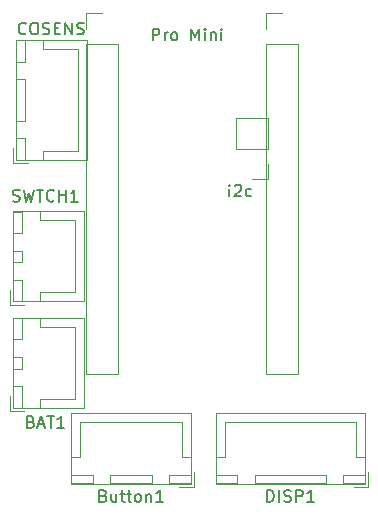
<source format=gbr>
%TF.GenerationSoftware,KiCad,Pcbnew,8.0.8*%
%TF.CreationDate,2025-02-07T21:56:42-07:00*%
%TF.ProjectId,Nitrox_Board,4e697472-6f78-45f4-926f-6172642e6b69,rev?*%
%TF.SameCoordinates,Original*%
%TF.FileFunction,Legend,Top*%
%TF.FilePolarity,Positive*%
%FSLAX46Y46*%
G04 Gerber Fmt 4.6, Leading zero omitted, Abs format (unit mm)*
G04 Created by KiCad (PCBNEW 8.0.8) date 2025-02-07 21:56:42*
%MOMM*%
%LPD*%
G01*
G04 APERTURE LIST*
%ADD10C,0.150000*%
%ADD11C,0.120000*%
G04 APERTURE END LIST*
D10*
X161297619Y-101029819D02*
X161297619Y-100029819D01*
X161297619Y-100029819D02*
X161535714Y-100029819D01*
X161535714Y-100029819D02*
X161678571Y-100077438D01*
X161678571Y-100077438D02*
X161773809Y-100172676D01*
X161773809Y-100172676D02*
X161821428Y-100267914D01*
X161821428Y-100267914D02*
X161869047Y-100458390D01*
X161869047Y-100458390D02*
X161869047Y-100601247D01*
X161869047Y-100601247D02*
X161821428Y-100791723D01*
X161821428Y-100791723D02*
X161773809Y-100886961D01*
X161773809Y-100886961D02*
X161678571Y-100982200D01*
X161678571Y-100982200D02*
X161535714Y-101029819D01*
X161535714Y-101029819D02*
X161297619Y-101029819D01*
X162297619Y-101029819D02*
X162297619Y-100029819D01*
X162726190Y-100982200D02*
X162869047Y-101029819D01*
X162869047Y-101029819D02*
X163107142Y-101029819D01*
X163107142Y-101029819D02*
X163202380Y-100982200D01*
X163202380Y-100982200D02*
X163249999Y-100934580D01*
X163249999Y-100934580D02*
X163297618Y-100839342D01*
X163297618Y-100839342D02*
X163297618Y-100744104D01*
X163297618Y-100744104D02*
X163249999Y-100648866D01*
X163249999Y-100648866D02*
X163202380Y-100601247D01*
X163202380Y-100601247D02*
X163107142Y-100553628D01*
X163107142Y-100553628D02*
X162916666Y-100506009D01*
X162916666Y-100506009D02*
X162821428Y-100458390D01*
X162821428Y-100458390D02*
X162773809Y-100410771D01*
X162773809Y-100410771D02*
X162726190Y-100315533D01*
X162726190Y-100315533D02*
X162726190Y-100220295D01*
X162726190Y-100220295D02*
X162773809Y-100125057D01*
X162773809Y-100125057D02*
X162821428Y-100077438D01*
X162821428Y-100077438D02*
X162916666Y-100029819D01*
X162916666Y-100029819D02*
X163154761Y-100029819D01*
X163154761Y-100029819D02*
X163297618Y-100077438D01*
X163726190Y-101029819D02*
X163726190Y-100029819D01*
X163726190Y-100029819D02*
X164107142Y-100029819D01*
X164107142Y-100029819D02*
X164202380Y-100077438D01*
X164202380Y-100077438D02*
X164249999Y-100125057D01*
X164249999Y-100125057D02*
X164297618Y-100220295D01*
X164297618Y-100220295D02*
X164297618Y-100363152D01*
X164297618Y-100363152D02*
X164249999Y-100458390D01*
X164249999Y-100458390D02*
X164202380Y-100506009D01*
X164202380Y-100506009D02*
X164107142Y-100553628D01*
X164107142Y-100553628D02*
X163726190Y-100553628D01*
X165249999Y-101029819D02*
X164678571Y-101029819D01*
X164964285Y-101029819D02*
X164964285Y-100029819D01*
X164964285Y-100029819D02*
X164869047Y-100172676D01*
X164869047Y-100172676D02*
X164773809Y-100267914D01*
X164773809Y-100267914D02*
X164678571Y-100315533D01*
X158095238Y-75174819D02*
X158095238Y-74508152D01*
X158095238Y-74174819D02*
X158047619Y-74222438D01*
X158047619Y-74222438D02*
X158095238Y-74270057D01*
X158095238Y-74270057D02*
X158142857Y-74222438D01*
X158142857Y-74222438D02*
X158095238Y-74174819D01*
X158095238Y-74174819D02*
X158095238Y-74270057D01*
X158523809Y-74270057D02*
X158571428Y-74222438D01*
X158571428Y-74222438D02*
X158666666Y-74174819D01*
X158666666Y-74174819D02*
X158904761Y-74174819D01*
X158904761Y-74174819D02*
X158999999Y-74222438D01*
X158999999Y-74222438D02*
X159047618Y-74270057D01*
X159047618Y-74270057D02*
X159095237Y-74365295D01*
X159095237Y-74365295D02*
X159095237Y-74460533D01*
X159095237Y-74460533D02*
X159047618Y-74603390D01*
X159047618Y-74603390D02*
X158476190Y-75174819D01*
X158476190Y-75174819D02*
X159095237Y-75174819D01*
X159952380Y-75127200D02*
X159857142Y-75174819D01*
X159857142Y-75174819D02*
X159666666Y-75174819D01*
X159666666Y-75174819D02*
X159571428Y-75127200D01*
X159571428Y-75127200D02*
X159523809Y-75079580D01*
X159523809Y-75079580D02*
X159476190Y-74984342D01*
X159476190Y-74984342D02*
X159476190Y-74698628D01*
X159476190Y-74698628D02*
X159523809Y-74603390D01*
X159523809Y-74603390D02*
X159571428Y-74555771D01*
X159571428Y-74555771D02*
X159666666Y-74508152D01*
X159666666Y-74508152D02*
X159857142Y-74508152D01*
X159857142Y-74508152D02*
X159952380Y-74555771D01*
X151595238Y-61954819D02*
X151595238Y-60954819D01*
X151595238Y-60954819D02*
X151976190Y-60954819D01*
X151976190Y-60954819D02*
X152071428Y-61002438D01*
X152071428Y-61002438D02*
X152119047Y-61050057D01*
X152119047Y-61050057D02*
X152166666Y-61145295D01*
X152166666Y-61145295D02*
X152166666Y-61288152D01*
X152166666Y-61288152D02*
X152119047Y-61383390D01*
X152119047Y-61383390D02*
X152071428Y-61431009D01*
X152071428Y-61431009D02*
X151976190Y-61478628D01*
X151976190Y-61478628D02*
X151595238Y-61478628D01*
X152595238Y-61954819D02*
X152595238Y-61288152D01*
X152595238Y-61478628D02*
X152642857Y-61383390D01*
X152642857Y-61383390D02*
X152690476Y-61335771D01*
X152690476Y-61335771D02*
X152785714Y-61288152D01*
X152785714Y-61288152D02*
X152880952Y-61288152D01*
X153357143Y-61954819D02*
X153261905Y-61907200D01*
X153261905Y-61907200D02*
X153214286Y-61859580D01*
X153214286Y-61859580D02*
X153166667Y-61764342D01*
X153166667Y-61764342D02*
X153166667Y-61478628D01*
X153166667Y-61478628D02*
X153214286Y-61383390D01*
X153214286Y-61383390D02*
X153261905Y-61335771D01*
X153261905Y-61335771D02*
X153357143Y-61288152D01*
X153357143Y-61288152D02*
X153500000Y-61288152D01*
X153500000Y-61288152D02*
X153595238Y-61335771D01*
X153595238Y-61335771D02*
X153642857Y-61383390D01*
X153642857Y-61383390D02*
X153690476Y-61478628D01*
X153690476Y-61478628D02*
X153690476Y-61764342D01*
X153690476Y-61764342D02*
X153642857Y-61859580D01*
X153642857Y-61859580D02*
X153595238Y-61907200D01*
X153595238Y-61907200D02*
X153500000Y-61954819D01*
X153500000Y-61954819D02*
X153357143Y-61954819D01*
X154880953Y-61954819D02*
X154880953Y-60954819D01*
X154880953Y-60954819D02*
X155214286Y-61669104D01*
X155214286Y-61669104D02*
X155547619Y-60954819D01*
X155547619Y-60954819D02*
X155547619Y-61954819D01*
X156023810Y-61954819D02*
X156023810Y-61288152D01*
X156023810Y-60954819D02*
X155976191Y-61002438D01*
X155976191Y-61002438D02*
X156023810Y-61050057D01*
X156023810Y-61050057D02*
X156071429Y-61002438D01*
X156071429Y-61002438D02*
X156023810Y-60954819D01*
X156023810Y-60954819D02*
X156023810Y-61050057D01*
X156500000Y-61288152D02*
X156500000Y-61954819D01*
X156500000Y-61383390D02*
X156547619Y-61335771D01*
X156547619Y-61335771D02*
X156642857Y-61288152D01*
X156642857Y-61288152D02*
X156785714Y-61288152D01*
X156785714Y-61288152D02*
X156880952Y-61335771D01*
X156880952Y-61335771D02*
X156928571Y-61431009D01*
X156928571Y-61431009D02*
X156928571Y-61954819D01*
X157404762Y-61954819D02*
X157404762Y-61288152D01*
X157404762Y-60954819D02*
X157357143Y-61002438D01*
X157357143Y-61002438D02*
X157404762Y-61050057D01*
X157404762Y-61050057D02*
X157452381Y-61002438D01*
X157452381Y-61002438D02*
X157404762Y-60954819D01*
X157404762Y-60954819D02*
X157404762Y-61050057D01*
X139761905Y-75557200D02*
X139904762Y-75604819D01*
X139904762Y-75604819D02*
X140142857Y-75604819D01*
X140142857Y-75604819D02*
X140238095Y-75557200D01*
X140238095Y-75557200D02*
X140285714Y-75509580D01*
X140285714Y-75509580D02*
X140333333Y-75414342D01*
X140333333Y-75414342D02*
X140333333Y-75319104D01*
X140333333Y-75319104D02*
X140285714Y-75223866D01*
X140285714Y-75223866D02*
X140238095Y-75176247D01*
X140238095Y-75176247D02*
X140142857Y-75128628D01*
X140142857Y-75128628D02*
X139952381Y-75081009D01*
X139952381Y-75081009D02*
X139857143Y-75033390D01*
X139857143Y-75033390D02*
X139809524Y-74985771D01*
X139809524Y-74985771D02*
X139761905Y-74890533D01*
X139761905Y-74890533D02*
X139761905Y-74795295D01*
X139761905Y-74795295D02*
X139809524Y-74700057D01*
X139809524Y-74700057D02*
X139857143Y-74652438D01*
X139857143Y-74652438D02*
X139952381Y-74604819D01*
X139952381Y-74604819D02*
X140190476Y-74604819D01*
X140190476Y-74604819D02*
X140333333Y-74652438D01*
X140666667Y-74604819D02*
X140904762Y-75604819D01*
X140904762Y-75604819D02*
X141095238Y-74890533D01*
X141095238Y-74890533D02*
X141285714Y-75604819D01*
X141285714Y-75604819D02*
X141523810Y-74604819D01*
X141761905Y-74604819D02*
X142333333Y-74604819D01*
X142047619Y-75604819D02*
X142047619Y-74604819D01*
X143238095Y-75509580D02*
X143190476Y-75557200D01*
X143190476Y-75557200D02*
X143047619Y-75604819D01*
X143047619Y-75604819D02*
X142952381Y-75604819D01*
X142952381Y-75604819D02*
X142809524Y-75557200D01*
X142809524Y-75557200D02*
X142714286Y-75461961D01*
X142714286Y-75461961D02*
X142666667Y-75366723D01*
X142666667Y-75366723D02*
X142619048Y-75176247D01*
X142619048Y-75176247D02*
X142619048Y-75033390D01*
X142619048Y-75033390D02*
X142666667Y-74842914D01*
X142666667Y-74842914D02*
X142714286Y-74747676D01*
X142714286Y-74747676D02*
X142809524Y-74652438D01*
X142809524Y-74652438D02*
X142952381Y-74604819D01*
X142952381Y-74604819D02*
X143047619Y-74604819D01*
X143047619Y-74604819D02*
X143190476Y-74652438D01*
X143190476Y-74652438D02*
X143238095Y-74700057D01*
X143666667Y-75604819D02*
X143666667Y-74604819D01*
X143666667Y-75081009D02*
X144238095Y-75081009D01*
X144238095Y-75604819D02*
X144238095Y-74604819D01*
X145238095Y-75604819D02*
X144666667Y-75604819D01*
X144952381Y-75604819D02*
X144952381Y-74604819D01*
X144952381Y-74604819D02*
X144857143Y-74747676D01*
X144857143Y-74747676D02*
X144761905Y-74842914D01*
X144761905Y-74842914D02*
X144666667Y-74890533D01*
X147416666Y-100506009D02*
X147559523Y-100553628D01*
X147559523Y-100553628D02*
X147607142Y-100601247D01*
X147607142Y-100601247D02*
X147654761Y-100696485D01*
X147654761Y-100696485D02*
X147654761Y-100839342D01*
X147654761Y-100839342D02*
X147607142Y-100934580D01*
X147607142Y-100934580D02*
X147559523Y-100982200D01*
X147559523Y-100982200D02*
X147464285Y-101029819D01*
X147464285Y-101029819D02*
X147083333Y-101029819D01*
X147083333Y-101029819D02*
X147083333Y-100029819D01*
X147083333Y-100029819D02*
X147416666Y-100029819D01*
X147416666Y-100029819D02*
X147511904Y-100077438D01*
X147511904Y-100077438D02*
X147559523Y-100125057D01*
X147559523Y-100125057D02*
X147607142Y-100220295D01*
X147607142Y-100220295D02*
X147607142Y-100315533D01*
X147607142Y-100315533D02*
X147559523Y-100410771D01*
X147559523Y-100410771D02*
X147511904Y-100458390D01*
X147511904Y-100458390D02*
X147416666Y-100506009D01*
X147416666Y-100506009D02*
X147083333Y-100506009D01*
X148511904Y-100363152D02*
X148511904Y-101029819D01*
X148083333Y-100363152D02*
X148083333Y-100886961D01*
X148083333Y-100886961D02*
X148130952Y-100982200D01*
X148130952Y-100982200D02*
X148226190Y-101029819D01*
X148226190Y-101029819D02*
X148369047Y-101029819D01*
X148369047Y-101029819D02*
X148464285Y-100982200D01*
X148464285Y-100982200D02*
X148511904Y-100934580D01*
X148845238Y-100363152D02*
X149226190Y-100363152D01*
X148988095Y-100029819D02*
X148988095Y-100886961D01*
X148988095Y-100886961D02*
X149035714Y-100982200D01*
X149035714Y-100982200D02*
X149130952Y-101029819D01*
X149130952Y-101029819D02*
X149226190Y-101029819D01*
X149416667Y-100363152D02*
X149797619Y-100363152D01*
X149559524Y-100029819D02*
X149559524Y-100886961D01*
X149559524Y-100886961D02*
X149607143Y-100982200D01*
X149607143Y-100982200D02*
X149702381Y-101029819D01*
X149702381Y-101029819D02*
X149797619Y-101029819D01*
X150273810Y-101029819D02*
X150178572Y-100982200D01*
X150178572Y-100982200D02*
X150130953Y-100934580D01*
X150130953Y-100934580D02*
X150083334Y-100839342D01*
X150083334Y-100839342D02*
X150083334Y-100553628D01*
X150083334Y-100553628D02*
X150130953Y-100458390D01*
X150130953Y-100458390D02*
X150178572Y-100410771D01*
X150178572Y-100410771D02*
X150273810Y-100363152D01*
X150273810Y-100363152D02*
X150416667Y-100363152D01*
X150416667Y-100363152D02*
X150511905Y-100410771D01*
X150511905Y-100410771D02*
X150559524Y-100458390D01*
X150559524Y-100458390D02*
X150607143Y-100553628D01*
X150607143Y-100553628D02*
X150607143Y-100839342D01*
X150607143Y-100839342D02*
X150559524Y-100934580D01*
X150559524Y-100934580D02*
X150511905Y-100982200D01*
X150511905Y-100982200D02*
X150416667Y-101029819D01*
X150416667Y-101029819D02*
X150273810Y-101029819D01*
X151035715Y-100363152D02*
X151035715Y-101029819D01*
X151035715Y-100458390D02*
X151083334Y-100410771D01*
X151083334Y-100410771D02*
X151178572Y-100363152D01*
X151178572Y-100363152D02*
X151321429Y-100363152D01*
X151321429Y-100363152D02*
X151416667Y-100410771D01*
X151416667Y-100410771D02*
X151464286Y-100506009D01*
X151464286Y-100506009D02*
X151464286Y-101029819D01*
X152464286Y-101029819D02*
X151892858Y-101029819D01*
X152178572Y-101029819D02*
X152178572Y-100029819D01*
X152178572Y-100029819D02*
X152083334Y-100172676D01*
X152083334Y-100172676D02*
X151988096Y-100267914D01*
X151988096Y-100267914D02*
X151892858Y-100315533D01*
X141285714Y-94241009D02*
X141428571Y-94288628D01*
X141428571Y-94288628D02*
X141476190Y-94336247D01*
X141476190Y-94336247D02*
X141523809Y-94431485D01*
X141523809Y-94431485D02*
X141523809Y-94574342D01*
X141523809Y-94574342D02*
X141476190Y-94669580D01*
X141476190Y-94669580D02*
X141428571Y-94717200D01*
X141428571Y-94717200D02*
X141333333Y-94764819D01*
X141333333Y-94764819D02*
X140952381Y-94764819D01*
X140952381Y-94764819D02*
X140952381Y-93764819D01*
X140952381Y-93764819D02*
X141285714Y-93764819D01*
X141285714Y-93764819D02*
X141380952Y-93812438D01*
X141380952Y-93812438D02*
X141428571Y-93860057D01*
X141428571Y-93860057D02*
X141476190Y-93955295D01*
X141476190Y-93955295D02*
X141476190Y-94050533D01*
X141476190Y-94050533D02*
X141428571Y-94145771D01*
X141428571Y-94145771D02*
X141380952Y-94193390D01*
X141380952Y-94193390D02*
X141285714Y-94241009D01*
X141285714Y-94241009D02*
X140952381Y-94241009D01*
X141904762Y-94479104D02*
X142380952Y-94479104D01*
X141809524Y-94764819D02*
X142142857Y-93764819D01*
X142142857Y-93764819D02*
X142476190Y-94764819D01*
X142666667Y-93764819D02*
X143238095Y-93764819D01*
X142952381Y-94764819D02*
X142952381Y-93764819D01*
X144095238Y-94764819D02*
X143523810Y-94764819D01*
X143809524Y-94764819D02*
X143809524Y-93764819D01*
X143809524Y-93764819D02*
X143714286Y-93907676D01*
X143714286Y-93907676D02*
X143619048Y-94002914D01*
X143619048Y-94002914D02*
X143523810Y-94050533D01*
X140857142Y-61359580D02*
X140809523Y-61407200D01*
X140809523Y-61407200D02*
X140666666Y-61454819D01*
X140666666Y-61454819D02*
X140571428Y-61454819D01*
X140571428Y-61454819D02*
X140428571Y-61407200D01*
X140428571Y-61407200D02*
X140333333Y-61311961D01*
X140333333Y-61311961D02*
X140285714Y-61216723D01*
X140285714Y-61216723D02*
X140238095Y-61026247D01*
X140238095Y-61026247D02*
X140238095Y-60883390D01*
X140238095Y-60883390D02*
X140285714Y-60692914D01*
X140285714Y-60692914D02*
X140333333Y-60597676D01*
X140333333Y-60597676D02*
X140428571Y-60502438D01*
X140428571Y-60502438D02*
X140571428Y-60454819D01*
X140571428Y-60454819D02*
X140666666Y-60454819D01*
X140666666Y-60454819D02*
X140809523Y-60502438D01*
X140809523Y-60502438D02*
X140857142Y-60550057D01*
X141476190Y-60454819D02*
X141666666Y-60454819D01*
X141666666Y-60454819D02*
X141761904Y-60502438D01*
X141761904Y-60502438D02*
X141857142Y-60597676D01*
X141857142Y-60597676D02*
X141904761Y-60788152D01*
X141904761Y-60788152D02*
X141904761Y-61121485D01*
X141904761Y-61121485D02*
X141857142Y-61311961D01*
X141857142Y-61311961D02*
X141761904Y-61407200D01*
X141761904Y-61407200D02*
X141666666Y-61454819D01*
X141666666Y-61454819D02*
X141476190Y-61454819D01*
X141476190Y-61454819D02*
X141380952Y-61407200D01*
X141380952Y-61407200D02*
X141285714Y-61311961D01*
X141285714Y-61311961D02*
X141238095Y-61121485D01*
X141238095Y-61121485D02*
X141238095Y-60788152D01*
X141238095Y-60788152D02*
X141285714Y-60597676D01*
X141285714Y-60597676D02*
X141380952Y-60502438D01*
X141380952Y-60502438D02*
X141476190Y-60454819D01*
X142285714Y-61407200D02*
X142428571Y-61454819D01*
X142428571Y-61454819D02*
X142666666Y-61454819D01*
X142666666Y-61454819D02*
X142761904Y-61407200D01*
X142761904Y-61407200D02*
X142809523Y-61359580D01*
X142809523Y-61359580D02*
X142857142Y-61264342D01*
X142857142Y-61264342D02*
X142857142Y-61169104D01*
X142857142Y-61169104D02*
X142809523Y-61073866D01*
X142809523Y-61073866D02*
X142761904Y-61026247D01*
X142761904Y-61026247D02*
X142666666Y-60978628D01*
X142666666Y-60978628D02*
X142476190Y-60931009D01*
X142476190Y-60931009D02*
X142380952Y-60883390D01*
X142380952Y-60883390D02*
X142333333Y-60835771D01*
X142333333Y-60835771D02*
X142285714Y-60740533D01*
X142285714Y-60740533D02*
X142285714Y-60645295D01*
X142285714Y-60645295D02*
X142333333Y-60550057D01*
X142333333Y-60550057D02*
X142380952Y-60502438D01*
X142380952Y-60502438D02*
X142476190Y-60454819D01*
X142476190Y-60454819D02*
X142714285Y-60454819D01*
X142714285Y-60454819D02*
X142857142Y-60502438D01*
X143285714Y-60931009D02*
X143619047Y-60931009D01*
X143761904Y-61454819D02*
X143285714Y-61454819D01*
X143285714Y-61454819D02*
X143285714Y-60454819D01*
X143285714Y-60454819D02*
X143761904Y-60454819D01*
X144190476Y-61454819D02*
X144190476Y-60454819D01*
X144190476Y-60454819D02*
X144761904Y-61454819D01*
X144761904Y-61454819D02*
X144761904Y-60454819D01*
X145190476Y-61407200D02*
X145333333Y-61454819D01*
X145333333Y-61454819D02*
X145571428Y-61454819D01*
X145571428Y-61454819D02*
X145666666Y-61407200D01*
X145666666Y-61407200D02*
X145714285Y-61359580D01*
X145714285Y-61359580D02*
X145761904Y-61264342D01*
X145761904Y-61264342D02*
X145761904Y-61169104D01*
X145761904Y-61169104D02*
X145714285Y-61073866D01*
X145714285Y-61073866D02*
X145666666Y-61026247D01*
X145666666Y-61026247D02*
X145571428Y-60978628D01*
X145571428Y-60978628D02*
X145380952Y-60931009D01*
X145380952Y-60931009D02*
X145285714Y-60883390D01*
X145285714Y-60883390D02*
X145238095Y-60835771D01*
X145238095Y-60835771D02*
X145190476Y-60740533D01*
X145190476Y-60740533D02*
X145190476Y-60645295D01*
X145190476Y-60645295D02*
X145238095Y-60550057D01*
X145238095Y-60550057D02*
X145285714Y-60502438D01*
X145285714Y-60502438D02*
X145380952Y-60454819D01*
X145380952Y-60454819D02*
X145619047Y-60454819D01*
X145619047Y-60454819D02*
X145761904Y-60502438D01*
D11*
%TO.C,DISP1*%
X156940000Y-93515000D02*
X156940000Y-99485000D01*
X156940000Y-99485000D02*
X169560000Y-99485000D01*
X156950000Y-97225000D02*
X157700000Y-97225000D01*
X156950000Y-98725000D02*
X156950000Y-99475000D01*
X156950000Y-99475000D02*
X158750000Y-99475000D01*
X157700000Y-94275000D02*
X163250000Y-94275000D01*
X157700000Y-97225000D02*
X157700000Y-94275000D01*
X158750000Y-98725000D02*
X156950000Y-98725000D01*
X158750000Y-99475000D02*
X158750000Y-98725000D01*
X160250000Y-98725000D02*
X160250000Y-99475000D01*
X160250000Y-99475000D02*
X166250000Y-99475000D01*
X166250000Y-98725000D02*
X160250000Y-98725000D01*
X166250000Y-99475000D02*
X166250000Y-98725000D01*
X167750000Y-98725000D02*
X167750000Y-99475000D01*
X167750000Y-99475000D02*
X169550000Y-99475000D01*
X168600000Y-99775000D02*
X169850000Y-99775000D01*
X168800000Y-94275000D02*
X163250000Y-94275000D01*
X168800000Y-97225000D02*
X168800000Y-94275000D01*
X169550000Y-97225000D02*
X168800000Y-97225000D01*
X169550000Y-98725000D02*
X167750000Y-98725000D01*
X169550000Y-99475000D02*
X169550000Y-98725000D01*
X169560000Y-93515000D02*
X156940000Y-93515000D01*
X169560000Y-99485000D02*
X169560000Y-93515000D01*
X169850000Y-99775000D02*
X169850000Y-98525000D01*
%TO.C,i2c*%
X158690000Y-71120000D02*
X158690000Y-68520000D01*
X161350000Y-68520000D02*
X158690000Y-68520000D01*
X161350000Y-71120000D02*
X158690000Y-71120000D01*
X161350000Y-71120000D02*
X161350000Y-68520000D01*
X161350000Y-72390000D02*
X161350000Y-73720000D01*
X161350000Y-73720000D02*
X160020000Y-73720000D01*
%TO.C,Pro Mini*%
X145990000Y-59630000D02*
X147320000Y-59630000D01*
X145990000Y-60960000D02*
X145990000Y-59630000D01*
X145990000Y-62230000D02*
X145990000Y-90230000D01*
X145990000Y-62230000D02*
X148650000Y-62230000D01*
X145990000Y-90230000D02*
X148650000Y-90230000D01*
X148650000Y-62230000D02*
X148650000Y-90230000D01*
%TO.C,SWTCH1*%
X139490000Y-83100000D02*
X139490000Y-84350000D01*
X139490000Y-84350000D02*
X140740000Y-84350000D01*
X139780000Y-76440000D02*
X139780000Y-84060000D01*
X139780000Y-84060000D02*
X145750000Y-84060000D01*
X139790000Y-76450000D02*
X139790000Y-78250000D01*
X139790000Y-78250000D02*
X140540000Y-78250000D01*
X139790000Y-79750000D02*
X139790000Y-80750000D01*
X139790000Y-80750000D02*
X140540000Y-80750000D01*
X139790000Y-82250000D02*
X139790000Y-84050000D01*
X139790000Y-84050000D02*
X140540000Y-84050000D01*
X140540000Y-76450000D02*
X139790000Y-76450000D01*
X140540000Y-78250000D02*
X140540000Y-76450000D01*
X140540000Y-79750000D02*
X139790000Y-79750000D01*
X140540000Y-80750000D02*
X140540000Y-79750000D01*
X140540000Y-82250000D02*
X139790000Y-82250000D01*
X140540000Y-84050000D02*
X140540000Y-82250000D01*
X142040000Y-76450000D02*
X142040000Y-77200000D01*
X142040000Y-77200000D02*
X144990000Y-77200000D01*
X142040000Y-83300000D02*
X144990000Y-83300000D01*
X142040000Y-84050000D02*
X142040000Y-83300000D01*
X144990000Y-77200000D02*
X144990000Y-80250000D01*
X144990000Y-83300000D02*
X144990000Y-80250000D01*
X145750000Y-76440000D02*
X139780000Y-76440000D01*
X145750000Y-84060000D02*
X145750000Y-76440000D01*
%TO.C,Button1*%
X144690000Y-93515000D02*
X144690000Y-99485000D01*
X144690000Y-99485000D02*
X154810000Y-99485000D01*
X144700000Y-97225000D02*
X145450000Y-97225000D01*
X144700000Y-98725000D02*
X144700000Y-99475000D01*
X144700000Y-99475000D02*
X146500000Y-99475000D01*
X145450000Y-94275000D02*
X149750000Y-94275000D01*
X145450000Y-97225000D02*
X145450000Y-94275000D01*
X146500000Y-98725000D02*
X144700000Y-98725000D01*
X146500000Y-99475000D02*
X146500000Y-98725000D01*
X148000000Y-98725000D02*
X148000000Y-99475000D01*
X148000000Y-99475000D02*
X151500000Y-99475000D01*
X151500000Y-98725000D02*
X148000000Y-98725000D01*
X151500000Y-99475000D02*
X151500000Y-98725000D01*
X153000000Y-98725000D02*
X153000000Y-99475000D01*
X153000000Y-99475000D02*
X154800000Y-99475000D01*
X153850000Y-99775000D02*
X155100000Y-99775000D01*
X154050000Y-94275000D02*
X149750000Y-94275000D01*
X154050000Y-97225000D02*
X154050000Y-94275000D01*
X154800000Y-97225000D02*
X154050000Y-97225000D01*
X154800000Y-98725000D02*
X153000000Y-98725000D01*
X154800000Y-99475000D02*
X154800000Y-98725000D01*
X154810000Y-93515000D02*
X144690000Y-93515000D01*
X154810000Y-99485000D02*
X154810000Y-93515000D01*
X155100000Y-99775000D02*
X155100000Y-98525000D01*
%TO.C,BAT1*%
X139490000Y-92100000D02*
X139490000Y-93350000D01*
X139490000Y-93350000D02*
X140740000Y-93350000D01*
X139780000Y-85440000D02*
X139780000Y-93060000D01*
X139780000Y-93060000D02*
X145750000Y-93060000D01*
X139790000Y-85450000D02*
X139790000Y-87250000D01*
X139790000Y-87250000D02*
X140540000Y-87250000D01*
X139790000Y-88750000D02*
X139790000Y-89750000D01*
X139790000Y-89750000D02*
X140540000Y-89750000D01*
X139790000Y-91250000D02*
X139790000Y-93050000D01*
X139790000Y-93050000D02*
X140540000Y-93050000D01*
X140540000Y-85450000D02*
X139790000Y-85450000D01*
X140540000Y-87250000D02*
X140540000Y-85450000D01*
X140540000Y-88750000D02*
X139790000Y-88750000D01*
X140540000Y-89750000D02*
X140540000Y-88750000D01*
X140540000Y-91250000D02*
X139790000Y-91250000D01*
X140540000Y-93050000D02*
X140540000Y-91250000D01*
X142040000Y-85450000D02*
X142040000Y-86200000D01*
X142040000Y-86200000D02*
X144990000Y-86200000D01*
X142040000Y-92300000D02*
X144990000Y-92300000D01*
X142040000Y-93050000D02*
X142040000Y-92300000D01*
X144990000Y-86200000D02*
X144990000Y-89250000D01*
X144990000Y-92300000D02*
X144990000Y-89250000D01*
X145750000Y-85440000D02*
X139780000Y-85440000D01*
X145750000Y-93060000D02*
X145750000Y-85440000D01*
%TO.C,COSENS*%
X139750000Y-71100000D02*
X139750000Y-72350000D01*
X139750000Y-72350000D02*
X141000000Y-72350000D01*
X140040000Y-61940000D02*
X140040000Y-72060000D01*
X140040000Y-72060000D02*
X146010000Y-72060000D01*
X140050000Y-61950000D02*
X140050000Y-63750000D01*
X140050000Y-63750000D02*
X140800000Y-63750000D01*
X140050000Y-65250000D02*
X140050000Y-68750000D01*
X140050000Y-68750000D02*
X140800000Y-68750000D01*
X140050000Y-70250000D02*
X140050000Y-72050000D01*
X140050000Y-72050000D02*
X140800000Y-72050000D01*
X140800000Y-61950000D02*
X140050000Y-61950000D01*
X140800000Y-63750000D02*
X140800000Y-61950000D01*
X140800000Y-65250000D02*
X140050000Y-65250000D01*
X140800000Y-68750000D02*
X140800000Y-65250000D01*
X140800000Y-70250000D02*
X140050000Y-70250000D01*
X140800000Y-72050000D02*
X140800000Y-70250000D01*
X142300000Y-61950000D02*
X142300000Y-62700000D01*
X142300000Y-62700000D02*
X145250000Y-62700000D01*
X142300000Y-71300000D02*
X145250000Y-71300000D01*
X142300000Y-72050000D02*
X142300000Y-71300000D01*
X145250000Y-62700000D02*
X145250000Y-67000000D01*
X145250000Y-71300000D02*
X145250000Y-67000000D01*
X146010000Y-61940000D02*
X140040000Y-61940000D01*
X146010000Y-72060000D02*
X146010000Y-61940000D01*
%TO.C,ProMini2*%
X161230000Y-59630000D02*
X162560000Y-59630000D01*
X161230000Y-60960000D02*
X161230000Y-59630000D01*
X161230000Y-62230000D02*
X161230000Y-90230000D01*
X161230000Y-62230000D02*
X163890000Y-62230000D01*
X161230000Y-90230000D02*
X163890000Y-90230000D01*
X163890000Y-62230000D02*
X163890000Y-90230000D01*
%TD*%
M02*

</source>
